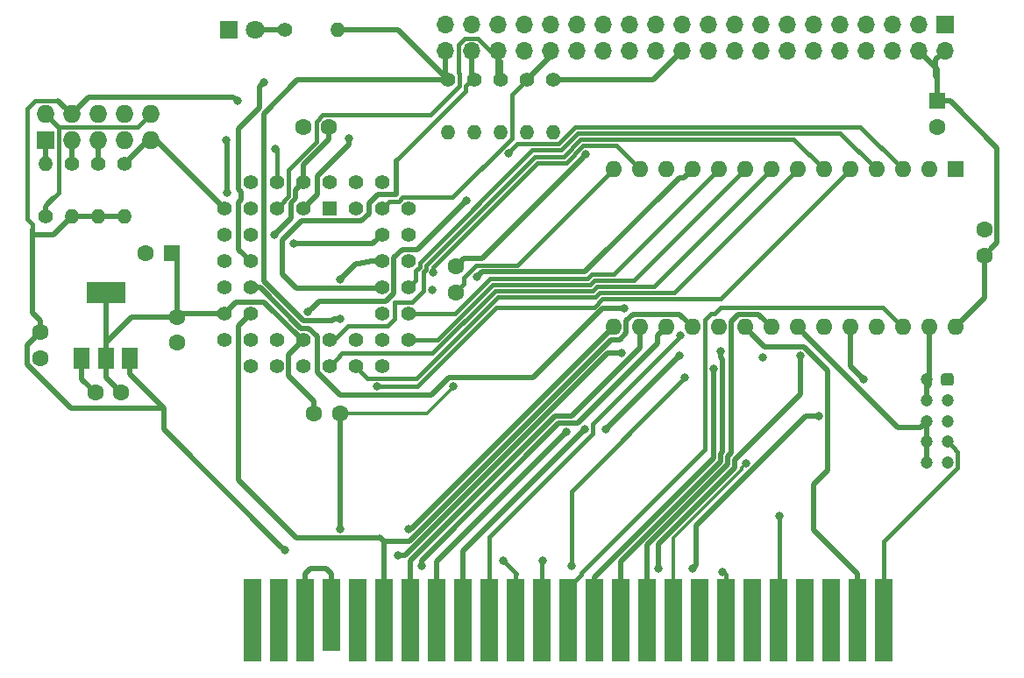
<source format=gbr>
G04 #@! TF.GenerationSoftware,KiCad,Pcbnew,(5.1.5)-3*
G04 #@! TF.CreationDate,2020-07-28T20:00:16+01:00*
G04 #@! TF.ProjectId,MSXPi_v1.0_Rev0,4d535850-695f-4763-912e-305f52657630,rev?*
G04 #@! TF.SameCoordinates,Original*
G04 #@! TF.FileFunction,Copper,L1,Top*
G04 #@! TF.FilePolarity,Positive*
%FSLAX46Y46*%
G04 Gerber Fmt 4.6, Leading zero omitted, Abs format (unit mm)*
G04 Created by KiCad (PCBNEW (5.1.5)-3) date 2020-07-28 20:00:16*
%MOMM*%
%LPD*%
G04 APERTURE LIST*
%ADD10O,1.400000X1.400000*%
%ADD11C,1.400000*%
%ADD12C,1.422400*%
%ADD13R,1.422400X1.422400*%
%ADD14O,1.700000X1.700000*%
%ADD15R,1.700000X1.700000*%
%ADD16R,1.800000X8.000000*%
%ADD17R,1.800000X7.000000*%
%ADD18O,1.727200X1.727200*%
%ADD19R,1.727200X1.727200*%
%ADD20C,1.200000*%
%ADD21C,0.100000*%
%ADD22C,1.600000*%
%ADD23R,1.600000X1.600000*%
%ADD24R,1.500000X2.000000*%
%ADD25R,3.800000X2.000000*%
%ADD26C,1.800000*%
%ADD27R,1.800000X1.800000*%
%ADD28O,1.600000X1.600000*%
%ADD29C,0.800000*%
%ADD30C,0.500000*%
%ADD31C,0.400000*%
%ADD32C,0.300000*%
%ADD33C,0.350000*%
G04 APERTURE END LIST*
D10*
X148844000Y-13208000D03*
D11*
X148844000Y-8128000D03*
D12*
X176276000Y-12446000D03*
X176276000Y-14986000D03*
X176276000Y-17526000D03*
X176276000Y-20066000D03*
X176276000Y-22606000D03*
X173736000Y-9906000D03*
X173736000Y-14986000D03*
X173736000Y-17526000D03*
X173736000Y-20066000D03*
X173736000Y-22606000D03*
X173736000Y-25146000D03*
X173736000Y-27686000D03*
X171196000Y-27686000D03*
X168656000Y-27686000D03*
X166116000Y-27686000D03*
X163576000Y-27686000D03*
X161036000Y-27686000D03*
X176276000Y-25146000D03*
X171196000Y-25146000D03*
X168656000Y-25146000D03*
X166116000Y-25146000D03*
X163576000Y-25146000D03*
X161036000Y-25146000D03*
X158496000Y-25146000D03*
X158496000Y-22606000D03*
X158496000Y-20066000D03*
X158496000Y-17526000D03*
X158496000Y-14986000D03*
X158496000Y-12446000D03*
X161036000Y-22606000D03*
X161036000Y-20066000D03*
X161036000Y-17526000D03*
X161036000Y-14986000D03*
X161036000Y-12446000D03*
X171196000Y-9906000D03*
X168656000Y-9906000D03*
X161036000Y-9906000D03*
X163576000Y-9906000D03*
X166116000Y-9906000D03*
X173736000Y-12446000D03*
X171196000Y-12446000D03*
X163576000Y-12446000D03*
X166116000Y-12446000D03*
D13*
X168656000Y-12446000D03*
D14*
X179832000Y2794000D03*
X179832000Y5334000D03*
X182372000Y2794000D03*
X182372000Y5334000D03*
X184912000Y2794000D03*
X184912000Y5334000D03*
X187452000Y2794000D03*
X187452000Y5334000D03*
X189992000Y2794000D03*
X189992000Y5334000D03*
X192532000Y2794000D03*
X192532000Y5334000D03*
X195072000Y2794000D03*
X195072000Y5334000D03*
X197612000Y2794000D03*
X197612000Y5334000D03*
X200152000Y2794000D03*
X200152000Y5334000D03*
X202692000Y2794000D03*
X202692000Y5334000D03*
X205232000Y2794000D03*
X205232000Y5334000D03*
X207772000Y2794000D03*
X207772000Y5334000D03*
X210312000Y2794000D03*
X210312000Y5334000D03*
X212852000Y2794000D03*
X212852000Y5334000D03*
X215392000Y2794000D03*
X215392000Y5334000D03*
X217932000Y2794000D03*
X217932000Y5334000D03*
X220472000Y2794000D03*
X220472000Y5334000D03*
X223012000Y2794000D03*
X223012000Y5334000D03*
X225552000Y2794000D03*
X225552000Y5334000D03*
X228092000Y2794000D03*
D15*
X228092000Y5334000D03*
D16*
X161253296Y-52232829D03*
X163793296Y-52232829D03*
X166333296Y-52232829D03*
D17*
X168868216Y-51740069D03*
D16*
X171413296Y-52232829D03*
X173953296Y-52232829D03*
X176493296Y-52232829D03*
X179033296Y-52232829D03*
X181573296Y-52232829D03*
X184113296Y-52232829D03*
X186653296Y-52232829D03*
X189193296Y-52232829D03*
X191733296Y-52232829D03*
X194273296Y-52232829D03*
X196813296Y-52232829D03*
X199353296Y-52232829D03*
X201893296Y-52232829D03*
X204433296Y-52232829D03*
X206973296Y-52232829D03*
X209513296Y-52232829D03*
X212053296Y-52232829D03*
X214593296Y-52232829D03*
X217133296Y-52232829D03*
X219673296Y-52232829D03*
X222213296Y-52232829D03*
D18*
X151384000Y-3302000D03*
X151384000Y-5842000D03*
X148844000Y-3302000D03*
X148844000Y-5842000D03*
X146304000Y-3302000D03*
X146304000Y-5842000D03*
X143764000Y-3302000D03*
X143764000Y-5842000D03*
X141224000Y-3302000D03*
D19*
X141224000Y-5842000D03*
D20*
X226346000Y-36956000D03*
X226346000Y-34956000D03*
X226346000Y-32956000D03*
X226346000Y-30956000D03*
X226346000Y-28956000D03*
X228346000Y-36956000D03*
X228346000Y-34956000D03*
X228346000Y-32956000D03*
X228346000Y-30956000D03*
G04 #@! TA.AperFunction,ComponentPad*
D21*
G36*
X228720505Y-28357204D02*
G01*
X228744773Y-28360804D01*
X228768572Y-28366765D01*
X228791671Y-28375030D01*
X228813850Y-28385520D01*
X228834893Y-28398132D01*
X228854599Y-28412747D01*
X228872777Y-28429223D01*
X228889253Y-28447401D01*
X228903868Y-28467107D01*
X228916480Y-28488150D01*
X228926970Y-28510329D01*
X228935235Y-28533428D01*
X228941196Y-28557227D01*
X228944796Y-28581495D01*
X228946000Y-28605999D01*
X228946000Y-29306001D01*
X228944796Y-29330505D01*
X228941196Y-29354773D01*
X228935235Y-29378572D01*
X228926970Y-29401671D01*
X228916480Y-29423850D01*
X228903868Y-29444893D01*
X228889253Y-29464599D01*
X228872777Y-29482777D01*
X228854599Y-29499253D01*
X228834893Y-29513868D01*
X228813850Y-29526480D01*
X228791671Y-29536970D01*
X228768572Y-29545235D01*
X228744773Y-29551196D01*
X228720505Y-29554796D01*
X228696001Y-29556000D01*
X227995999Y-29556000D01*
X227971495Y-29554796D01*
X227947227Y-29551196D01*
X227923428Y-29545235D01*
X227900329Y-29536970D01*
X227878150Y-29526480D01*
X227857107Y-29513868D01*
X227837401Y-29499253D01*
X227819223Y-29482777D01*
X227802747Y-29464599D01*
X227788132Y-29444893D01*
X227775520Y-29423850D01*
X227765030Y-29401671D01*
X227756765Y-29378572D01*
X227750804Y-29354773D01*
X227747204Y-29330505D01*
X227746000Y-29306001D01*
X227746000Y-28605999D01*
X227747204Y-28581495D01*
X227750804Y-28557227D01*
X227756765Y-28533428D01*
X227765030Y-28510329D01*
X227775520Y-28488150D01*
X227788132Y-28467107D01*
X227802747Y-28447401D01*
X227819223Y-28429223D01*
X227837401Y-28412747D01*
X227857107Y-28398132D01*
X227878150Y-28385520D01*
X227900329Y-28375030D01*
X227923428Y-28366765D01*
X227947227Y-28360804D01*
X227971495Y-28357204D01*
X227995999Y-28356000D01*
X228696001Y-28356000D01*
X228720505Y-28357204D01*
G37*
G04 #@! TD.AperFunction*
D22*
X227330000Y-4532000D03*
D23*
X227330000Y-2032000D03*
D22*
X150916000Y-16764000D03*
D23*
X153416000Y-16764000D03*
D10*
X169418000Y4826000D03*
D11*
X164338000Y4826000D03*
D10*
X146304000Y-13208000D03*
D11*
X146304000Y-8128000D03*
D10*
X143764000Y-13208000D03*
D11*
X143764000Y-8128000D03*
D10*
X141224000Y-8128000D03*
D11*
X141224000Y-13208000D03*
D24*
X144766000Y-26874000D03*
X149366000Y-26874000D03*
X147066000Y-26874000D03*
D25*
X147066000Y-20574000D03*
D26*
X161540000Y4840000D03*
D27*
X159000000Y4840000D03*
D22*
X166116000Y-4572000D03*
X168616000Y-4572000D03*
X231902000Y-14478000D03*
X231902000Y-16978000D03*
D23*
X229108000Y-8636000D03*
D28*
X196088000Y-23876000D03*
X226568000Y-8636000D03*
X198628000Y-23876000D03*
X224028000Y-8636000D03*
X201168000Y-23876000D03*
X221488000Y-8636000D03*
X203708000Y-23876000D03*
X218948000Y-8636000D03*
X206248000Y-23876000D03*
X216408000Y-8636000D03*
X208788000Y-23876000D03*
X213868000Y-8636000D03*
X211328000Y-23876000D03*
X211328000Y-8636000D03*
X213868000Y-23876000D03*
X208788000Y-8636000D03*
X216408000Y-23876000D03*
X206248000Y-8636000D03*
X218948000Y-23876000D03*
X203708000Y-8636000D03*
X221488000Y-23876000D03*
X201168000Y-8636000D03*
X224028000Y-23876000D03*
X198628000Y-8636000D03*
X226568000Y-23876000D03*
X196088000Y-8636000D03*
X229108000Y-23876000D03*
D22*
X153924000Y-25400000D03*
X153924000Y-22900000D03*
X180848000Y-18034000D03*
X180848000Y-20534000D03*
X169672000Y-32258000D03*
X167172000Y-32258000D03*
X148550000Y-30226000D03*
X146050000Y-30226000D03*
X140716000Y-26884000D03*
X140716000Y-24384000D03*
D11*
X180086000Y0D03*
D10*
X180086000Y-5080000D03*
X185166000Y-5080000D03*
D11*
X185166000Y0D03*
X187706000Y0D03*
D10*
X187706000Y-5080000D03*
X182626000Y-5080000D03*
D11*
X182626000Y0D03*
X190246000Y0D03*
D10*
X190246000Y-5080000D03*
D29*
X159766000Y-2032000D03*
X164338000Y-45466000D03*
X170574622Y-5643686D03*
X193437647Y-7193370D03*
X165189186Y-15836010D03*
X202590995Y-24719980D03*
X173228000Y-29597211D03*
X185420000Y-46482000D03*
X189230000Y-46482000D03*
X206440374Y-26219989D03*
X163482952Y-6694770D03*
X185928000Y-7085979D03*
X192024000Y-46990000D03*
X202984946Y-28790010D03*
X193294000Y-33782000D03*
X182880000Y-19050000D03*
X196850000Y-26416000D03*
X175260000Y-45974000D03*
X197104000Y-22098000D03*
X177546000Y-46990000D03*
X178728136Y-18609660D03*
X191516000Y-34036000D03*
X176314637Y-43384810D03*
X181864000Y-11684000D03*
X166599336Y-22427046D03*
X163322000Y-14986000D03*
X158750000Y-10922000D03*
X158730001Y-5822001D03*
X180594000Y-29629990D03*
X169672000Y-19304000D03*
X169672000Y-43434000D03*
X206643322Y-47528972D03*
X178562000Y-20320000D03*
X169672000Y-23114000D03*
X169672000Y-23114000D03*
X162306000Y-254000D03*
X205740000Y-27940000D03*
X195326000Y-33782000D03*
X202438000Y-26670000D03*
X210550406Y-26835990D03*
X200406000Y-47244000D03*
X214122000Y-26670000D03*
X208887729Y-37052175D03*
X203708000Y-47244000D03*
X215900000Y-32512000D03*
X220218000Y-28956000D03*
X212090000Y-42164000D03*
D30*
X142900401Y-2438401D02*
X143764000Y-3302000D01*
X142450399Y-1988399D02*
X142900401Y-2438401D01*
X141986000Y-14986000D02*
X139954000Y-14986000D01*
X225552000Y2794000D02*
X227330000Y1016000D01*
X227242001Y341999D02*
X227330000Y254000D01*
X227242001Y1944001D02*
X227242001Y341999D01*
X227330000Y1016000D02*
X227330000Y254000D01*
X228092000Y2794000D02*
X227242001Y1944001D01*
X227330000Y254000D02*
X227330000Y-2032000D01*
X227330000Y-2032000D02*
X228630000Y-2032000D01*
X233152001Y-15727999D02*
X232701999Y-16178001D01*
X233152001Y-6554001D02*
X233152001Y-15727999D01*
X228630000Y-2032000D02*
X233152001Y-6554001D01*
X232701999Y-16178001D02*
X231902000Y-16978000D01*
X229108000Y-23876000D02*
X231902000Y-21082000D01*
X231902000Y-21082000D02*
X231902000Y-16978000D01*
X146304000Y-13208000D02*
X143764000Y-13208000D01*
X143764000Y-13208000D02*
X141986000Y-14986000D01*
X145433999Y-1632001D02*
X144627599Y-2438401D01*
X159766000Y-2032000D02*
X159366001Y-1632001D01*
X144627599Y-2438401D02*
X143764000Y-3302000D01*
X159366001Y-1632001D02*
X145433999Y-1632001D01*
X149366000Y-26874000D02*
X149366000Y-28374000D01*
X139954000Y-22490630D02*
X139954000Y-14478000D01*
X140716000Y-24384000D02*
X140716000Y-23252630D01*
X139954000Y-14986000D02*
X139954000Y-14478000D01*
X140716000Y-23252630D02*
X139954000Y-22490630D01*
X139465999Y-27484001D02*
X143731998Y-31750000D01*
X139465999Y-25634001D02*
X139465999Y-27484001D01*
X140716000Y-24384000D02*
X139465999Y-25634001D01*
X143731998Y-31750000D02*
X152654000Y-31750000D01*
X149366000Y-28374000D02*
X152654000Y-31750000D01*
D31*
X139954000Y-14478000D02*
X139954000Y-13970000D01*
X139954000Y-13970000D02*
X139446000Y-13462000D01*
X139446000Y-13462000D02*
X139446000Y-2794000D01*
X140251601Y-1988399D02*
X142450399Y-1988399D01*
X139446000Y-2794000D02*
X140251601Y-1988399D01*
D30*
X152654000Y-31750000D02*
X152654000Y-33782000D01*
X163938001Y-45066001D02*
X164338000Y-45466000D01*
X152654000Y-33782000D02*
X163938001Y-45066001D01*
X146304000Y-13208000D02*
X148844000Y-13208000D01*
X154218000Y-22606000D02*
X153924000Y-22900000D01*
X158496000Y-22606000D02*
X154218000Y-22606000D01*
X147066000Y-28742000D02*
X147066000Y-26874000D01*
X148550000Y-30226000D02*
X147066000Y-28742000D01*
X147066000Y-22074000D02*
X147066000Y-26874000D01*
X147066000Y-20574000D02*
X147066000Y-22074000D01*
X167172000Y-32258000D02*
X167172000Y-31028000D01*
X164737201Y-26524799D02*
X165404801Y-25857199D01*
X164737201Y-28593201D02*
X164737201Y-26524799D01*
X165404801Y-25857199D02*
X166116000Y-25146000D01*
X167172000Y-31028000D02*
X164737201Y-28593201D01*
X166116000Y-12446000D02*
X167494799Y-11067201D01*
X167494799Y-9289194D02*
X170574622Y-6209371D01*
X170574622Y-6209371D02*
X170574622Y-5643686D01*
X167494799Y-11067201D02*
X167494799Y-9289194D01*
X180848000Y-18034000D02*
X181647999Y-17234001D01*
X183397016Y-17234001D02*
X193037648Y-7593369D01*
X181647999Y-17234001D02*
X183397016Y-17234001D01*
X193037648Y-7593369D02*
X193437647Y-7193370D01*
X147066000Y-25374000D02*
X147066000Y-26874000D01*
X149540000Y-22900000D02*
X147066000Y-25374000D01*
X153924000Y-22900000D02*
X149540000Y-22900000D01*
X159657201Y-21444799D02*
X162379155Y-21444799D01*
X158496000Y-22606000D02*
X159657201Y-21444799D01*
X166080356Y-25146000D02*
X166116000Y-25146000D01*
X162379155Y-21444799D02*
X166080356Y-25146000D01*
X153924000Y-17272000D02*
X153416000Y-16764000D01*
X153924000Y-22900000D02*
X153924000Y-17272000D01*
X164324000Y4840000D02*
X164338000Y4826000D01*
X161540000Y4840000D02*
X164324000Y4840000D01*
X151892000Y-5842000D02*
X151384000Y-5842000D01*
X158496000Y-12446000D02*
X151892000Y-5842000D01*
X151130000Y-5842000D02*
X148844000Y-8128000D01*
X151384000Y-5842000D02*
X151130000Y-5842000D01*
X146304000Y-8128000D02*
X146304000Y-5842000D01*
X143764000Y-8128000D02*
X143764000Y-5842000D01*
X172885990Y-15836010D02*
X165189186Y-15836010D01*
X173736000Y-14986000D02*
X172885990Y-15836010D01*
X141224000Y-8128000D02*
X141224000Y-5842000D01*
X166822125Y-47244000D02*
X166333296Y-47732829D01*
X166333296Y-47732829D02*
X166333296Y-52232829D01*
X168868216Y-47740069D02*
X168372147Y-47244000D01*
X168372147Y-47244000D02*
X166822125Y-47244000D01*
X168868216Y-51740069D02*
X168868216Y-47740069D01*
D31*
X202190996Y-25119979D02*
X202590995Y-24719980D01*
X194094002Y-33216973D02*
X202190996Y-25119979D01*
X194094002Y-34166002D02*
X194094002Y-33216973D01*
X184113296Y-52232829D02*
X184113296Y-44146708D01*
X184113296Y-44146708D02*
X194094002Y-34166002D01*
X192939101Y-5711987D02*
X191271065Y-7380023D01*
X174945033Y-23041545D02*
X174269377Y-23717201D01*
X169078004Y-25146000D02*
X168656000Y-25146000D01*
X170506803Y-23717201D02*
X169078004Y-25146000D01*
X174269377Y-23717201D02*
X170506803Y-23717201D01*
X188539973Y-7380023D02*
X177987212Y-17932784D01*
X177761998Y-18533123D02*
X177761998Y-20358002D01*
X216408000Y-8636000D02*
X213483987Y-5711987D01*
X213483987Y-5711987D02*
X192939101Y-5711987D01*
X191271065Y-7380023D02*
X188539973Y-7380023D01*
X177987212Y-17932784D02*
X177987212Y-18307909D01*
X177761998Y-20358002D02*
X176625201Y-21494799D01*
X177987212Y-18307909D02*
X177761998Y-18533123D01*
X176625201Y-21494799D02*
X174945033Y-21494799D01*
X174945033Y-21494799D02*
X174945033Y-23041545D01*
X218948000Y-8636000D02*
X206425679Y-21158321D01*
X195046458Y-21158321D02*
X194228790Y-21975989D01*
X194228790Y-21975989D02*
X184786184Y-21975989D01*
X177164962Y-29597211D02*
X173793685Y-29597211D01*
X173793685Y-29597211D02*
X173228000Y-29597211D01*
X184786184Y-21975989D02*
X177164962Y-29597211D01*
X206425679Y-21158321D02*
X195046458Y-21158321D01*
X185420000Y-46482000D02*
X186690000Y-47752000D01*
X186653296Y-47788704D02*
X186653296Y-52232829D01*
X186690000Y-47752000D02*
X186653296Y-47788704D01*
X169920533Y-26421467D02*
X169367199Y-26974801D01*
X178643621Y-26421467D02*
X169920533Y-26421467D01*
X169367199Y-26974801D02*
X168656000Y-27686000D01*
X211328000Y-8636000D02*
X200005701Y-19958299D01*
X194549394Y-19958299D02*
X194123641Y-20384052D01*
X200005701Y-19958299D02*
X194549394Y-19958299D01*
X194123641Y-20384052D02*
X184681036Y-20384052D01*
X184681036Y-20384052D02*
X178643621Y-26421467D01*
X201945690Y-20558310D02*
X194797926Y-20558310D01*
X194797926Y-20558310D02*
X194372173Y-20984063D01*
X194372173Y-20984063D02*
X184929568Y-20984063D01*
X184929568Y-20984063D02*
X177116430Y-28797201D01*
X171907199Y-28397199D02*
X171196000Y-27686000D01*
X213868000Y-8636000D02*
X201945690Y-20558310D01*
X177116430Y-28797201D02*
X172307201Y-28797201D01*
X172307201Y-28797201D02*
X171907199Y-28397199D01*
X189193296Y-46518704D02*
X189230000Y-46482000D01*
X189193296Y-52232829D02*
X189193296Y-46518704D01*
X205448001Y-9435999D02*
X206248000Y-8636000D01*
X176276000Y-22606000D02*
X180762002Y-22606000D01*
X180762002Y-22606000D02*
X184183972Y-19184030D01*
X184183972Y-19184030D02*
X193626577Y-19184030D01*
X193626577Y-19184030D02*
X194052330Y-18758277D01*
X194052330Y-18758277D02*
X196125723Y-18758277D01*
X196125723Y-18758277D02*
X205448001Y-9435999D01*
X198065712Y-19358288D02*
X207988001Y-9435999D01*
X207988001Y-9435999D02*
X208788000Y-8636000D01*
X176276000Y-25146000D02*
X179070545Y-25146000D01*
X184432504Y-19784041D02*
X193875109Y-19784041D01*
X193875109Y-19784041D02*
X194300862Y-19358288D01*
X179070545Y-25146000D02*
X184432504Y-19784041D01*
X194300862Y-19358288D02*
X198065712Y-19358288D01*
D30*
X206440011Y-36103953D02*
X206590001Y-35953963D01*
X206440374Y-26785674D02*
X206440374Y-26219989D01*
X206590001Y-26935301D02*
X206440374Y-26785674D01*
X206590001Y-35953963D02*
X206590001Y-26935301D01*
X196813296Y-46492672D02*
X206440011Y-36865958D01*
X206440011Y-36865958D02*
X206440011Y-36103953D01*
X196813296Y-52232829D02*
X196813296Y-46492672D01*
D31*
X177387201Y-18059377D02*
X176987199Y-18459379D01*
X188291441Y-6780012D02*
X177387201Y-17684252D01*
X221488000Y-8636000D02*
X217963976Y-5111976D01*
X191022533Y-6780012D02*
X188291441Y-6780012D01*
X192690569Y-5111976D02*
X191022533Y-6780012D01*
X217963976Y-5111976D02*
X192690569Y-5111976D01*
X176987199Y-19354801D02*
X176276000Y-20066000D01*
X177387201Y-17684252D02*
X177387201Y-18059377D01*
X176987199Y-18459379D02*
X176987199Y-19354801D01*
X163576000Y-6787818D02*
X163482952Y-6694770D01*
X163576000Y-9906000D02*
X163576000Y-6787818D01*
X186833978Y-6180001D02*
X186327999Y-6685980D01*
X224028000Y-8636000D02*
X219903965Y-4511965D01*
X219903965Y-4511965D02*
X192442037Y-4511965D01*
X192442037Y-4511965D02*
X190774001Y-6180001D01*
X190774001Y-6180001D02*
X186833978Y-6180001D01*
X186327999Y-6685980D02*
X185928000Y-7085979D01*
X192024000Y-39750956D02*
X202584947Y-29190009D01*
X192024000Y-46990000D02*
X192024000Y-39750956D01*
X202584947Y-29190009D02*
X202984946Y-28790010D01*
D30*
X181573296Y-45502704D02*
X193294000Y-33782000D01*
X181573296Y-52232829D02*
X181573296Y-45502704D01*
X202908001Y-9435999D02*
X203708000Y-8636000D01*
X182880000Y-19050000D02*
X183395981Y-18534019D01*
X193357334Y-18534019D02*
X202455354Y-9435999D01*
X183395981Y-18534019D02*
X193357334Y-18534019D01*
X202455354Y-9435999D02*
X202908001Y-9435999D01*
X196284315Y-26416000D02*
X196850000Y-26416000D01*
X195531414Y-26416000D02*
X196284315Y-26416000D01*
X175973414Y-45974000D02*
X195531414Y-26416000D01*
X175260000Y-45974000D02*
X175973414Y-45974000D01*
X198628000Y-25896004D02*
X198628000Y-25007370D01*
X192038017Y-32485987D02*
X198628000Y-25896004D01*
X176493296Y-46444083D02*
X190451392Y-32485987D01*
X190451392Y-32485987D02*
X192038017Y-32485987D01*
X176493296Y-52232829D02*
X176493296Y-46444083D01*
X198628000Y-25007370D02*
X198628000Y-23876000D01*
X167494799Y-24806221D02*
X167494799Y-28243377D01*
X196538315Y-22098000D02*
X197104000Y-22098000D01*
X180185999Y-28779989D02*
X188344044Y-28779989D01*
X166673377Y-23984799D02*
X167494799Y-24806221D01*
X178485988Y-30480000D02*
X180185999Y-28779989D01*
X161036000Y-20066000D02*
X161990321Y-20066000D01*
X169731422Y-30480000D02*
X178485988Y-30480000D01*
X161990321Y-20066000D02*
X165909120Y-23984799D01*
X188344044Y-28779989D02*
X195026033Y-22098000D01*
X167494799Y-28243377D02*
X169731422Y-30480000D01*
X165909120Y-23984799D02*
X166673377Y-23984799D01*
X195026033Y-22098000D02*
X196538315Y-22098000D01*
X200368001Y-24675999D02*
X200368001Y-25449995D01*
X201168000Y-23876000D02*
X200368001Y-24675999D01*
X177546000Y-46424315D02*
X177546000Y-46990000D01*
X192631998Y-33185998D02*
X190784317Y-33185998D01*
X190784317Y-33185998D02*
X177546000Y-46424315D01*
X200368001Y-25449995D02*
X192631998Y-33185998D01*
X179033296Y-46518704D02*
X191516000Y-34036000D01*
X179033296Y-52232829D02*
X179033296Y-46518704D01*
D31*
X198628000Y-8636000D02*
X196345597Y-6353597D01*
X193146034Y-6353597D02*
X191519597Y-7980034D01*
X178728136Y-18043975D02*
X178728136Y-18609660D01*
X196345597Y-6353597D02*
X193146034Y-6353597D01*
X191519597Y-7980034D02*
X188792077Y-7980034D01*
X188792077Y-7980034D02*
X178728136Y-18043975D01*
D30*
X196088000Y-23876000D02*
X176579190Y-43384810D01*
X176579190Y-43384810D02*
X176314637Y-43384810D01*
X174897201Y-20623377D02*
X174144098Y-21376480D01*
X177183201Y-16364799D02*
X175718623Y-16364799D01*
X181864000Y-11684000D02*
X177183201Y-16364799D01*
X166999335Y-22027047D02*
X166599336Y-22427046D01*
X174144098Y-21376480D02*
X167649902Y-21376480D01*
X167649902Y-21376480D02*
X166999335Y-22027047D01*
X175718623Y-16364799D02*
X174897201Y-17186221D01*
X174897201Y-17186221D02*
X174897201Y-20623377D01*
X169672000Y-36068000D02*
X169672000Y-32258000D01*
X144766000Y-28942000D02*
X146050000Y-30226000D01*
X144766000Y-26874000D02*
X144766000Y-28942000D01*
X164954799Y-13353201D02*
X163322000Y-14986000D01*
X164954799Y-11888623D02*
X164954799Y-13353201D01*
X165404801Y-10617199D02*
X165404801Y-11438621D01*
X166116000Y-9906000D02*
X165404801Y-10617199D01*
X165404801Y-11438621D02*
X164954799Y-11888623D01*
X166116000Y-9906000D02*
X166116000Y-8900212D01*
X166116000Y-8203370D02*
X166116000Y-8900212D01*
X168616000Y-5703370D02*
X166116000Y-8203370D01*
X168616000Y-4572000D02*
X168616000Y-5703370D01*
D31*
X181647999Y-19734001D02*
X180848000Y-20534000D01*
X186839988Y-17884012D02*
X182861986Y-17884012D01*
X182861986Y-17884012D02*
X181647999Y-19097999D01*
X181647999Y-19097999D02*
X181647999Y-19734001D01*
X196088000Y-8636000D02*
X186839988Y-17884012D01*
D30*
X158750000Y-10922000D02*
X158750000Y-5842000D01*
X158750000Y-5842000D02*
X158730001Y-5822001D01*
D32*
X169672000Y-32258000D02*
X178054000Y-32258000D01*
X180594000Y-29718000D02*
X180594000Y-29629990D01*
X178054000Y-32258000D02*
X180594000Y-29718000D01*
D30*
X173736000Y-17526000D02*
X172730212Y-17526000D01*
X169672000Y-19304000D02*
X171196000Y-17780000D01*
X171196000Y-17780000D02*
X171450000Y-17780000D01*
X172730212Y-17526000D02*
X171450000Y-17780000D01*
X141224000Y-13208000D02*
X141224000Y-12218051D01*
D31*
X142500399Y-4578399D02*
X142500399Y-10915601D01*
X141224000Y-3302000D02*
X142500399Y-4578399D01*
X142500399Y-10915601D02*
X141478000Y-11938000D01*
D30*
X141224000Y-12218051D02*
X141478000Y-11938000D01*
X141478000Y-11938000D02*
X142012051Y-11430000D01*
X169672000Y-36068000D02*
X169672000Y-43434000D01*
D31*
X142087599Y-4165599D02*
X141224000Y-3302000D01*
X142487601Y-4565601D02*
X142087599Y-4165599D01*
X150120399Y-4565601D02*
X142487601Y-4565601D01*
X151384000Y-3302000D02*
X150120399Y-4565601D01*
X206973296Y-52232829D02*
X206973296Y-47822228D01*
X206973296Y-47822228D02*
X206680040Y-47528972D01*
X206680040Y-47528972D02*
X206643322Y-47528972D01*
D30*
X179832000Y254000D02*
X180086000Y0D01*
X179832000Y2794000D02*
X179832000Y254000D01*
X180086000Y0D02*
X165581962Y0D01*
X162331742Y-3250220D02*
X162331742Y-19417456D01*
X168943268Y-23277047D02*
X169106315Y-23114000D01*
X162331742Y-19417456D02*
X166191335Y-23277047D01*
X166191335Y-23277047D02*
X168943268Y-23277047D01*
X169106315Y-23114000D02*
X169672000Y-23114000D01*
X165581962Y0D02*
X162331742Y-3250220D01*
X175260000Y4826000D02*
X180086000Y0D01*
X169418000Y4826000D02*
X175260000Y4826000D01*
X182372000Y0D02*
X182626000Y-254000D01*
X173736000Y-20066000D02*
X173647999Y-20154001D01*
X165468037Y-20154001D02*
X164084000Y-18769964D01*
X164084000Y-18769964D02*
X164084000Y-15482004D01*
X175090967Y-11067201D02*
X175090967Y-7789033D01*
X171753377Y-13607201D02*
X172466000Y-12894578D01*
X173336799Y-11067201D02*
X175090967Y-11067201D01*
X164084000Y-15482004D02*
X165958803Y-13607201D01*
X173647999Y-20154001D02*
X165468037Y-20154001D01*
X172466000Y-11938000D02*
X173336799Y-11067201D01*
X172466000Y-12894578D02*
X172466000Y-11938000D01*
X165958803Y-13607201D02*
X171753377Y-13607201D01*
D31*
X181786012Y-1093988D02*
X175090967Y-7789033D01*
X182372000Y0D02*
X181786012Y-585988D01*
X181786012Y-585988D02*
X181786012Y-1093988D01*
D30*
X182372000Y254000D02*
X182626000Y0D01*
X182372000Y2794000D02*
X182372000Y254000D01*
X184912000Y254000D02*
X185166000Y0D01*
X184912000Y2794000D02*
X184912000Y254000D01*
D31*
X181771999Y4044001D02*
X181121999Y3394001D01*
X185166000Y1850002D02*
X182972001Y4044001D01*
X185166000Y0D02*
X185166000Y1850002D01*
X182972001Y4044001D02*
X181771999Y4044001D01*
X181121999Y3394001D02*
X181121999Y678001D01*
X164687201Y-11236967D02*
X164287199Y-11636969D01*
X167415999Y-3995999D02*
X167415999Y-5984117D01*
X164687201Y-8712915D02*
X164687201Y-11236967D01*
X167415999Y-5984117D02*
X164687201Y-8712915D01*
X164287199Y-11636969D02*
X164287199Y-11734801D01*
X168039999Y-3371999D02*
X167415999Y-3995999D01*
X164287199Y-11734801D02*
X163576000Y-12446000D01*
X178405459Y-3371999D02*
X168039999Y-3371999D01*
X181186001Y-591457D02*
X178405459Y-3371999D01*
X181186001Y613999D02*
X181186001Y-591457D01*
X181121999Y678001D02*
X181186001Y613999D01*
D30*
X189992000Y2286000D02*
X187706000Y0D01*
X189992000Y2794000D02*
X189992000Y2286000D01*
D31*
X175342621Y-11734801D02*
X174447199Y-11734801D01*
X186266001Y-5608001D02*
X180539203Y-11334799D01*
X175742623Y-11334799D02*
X175342621Y-11734801D01*
X174447199Y-11734801D02*
X173736000Y-12446000D01*
X180539203Y-11334799D02*
X175742623Y-11334799D01*
X186266001Y-1439999D02*
X186266001Y-5608001D01*
X187706000Y0D02*
X186266001Y-1439999D01*
D30*
X199898000Y0D02*
X190246000Y0D01*
X202692000Y2794000D02*
X199898000Y0D01*
X159874799Y-11817203D02*
X160108001Y-11584001D01*
X160108001Y-11584001D02*
X160108001Y-10767999D01*
X161036000Y-17526000D02*
X159874799Y-16364799D01*
X160108001Y-10767999D02*
X159874799Y-10534797D01*
X159874799Y-10534797D02*
X159874799Y-4717201D01*
X159874799Y-16364799D02*
X159874799Y-11817203D01*
X161906001Y-2685999D02*
X159874799Y-4717201D01*
X161906001Y-653999D02*
X161906001Y-2685999D01*
X162306000Y-254000D02*
X161906001Y-653999D01*
X197988001Y-22625999D02*
X197338001Y-23275999D01*
X195831448Y-25126001D02*
X176368811Y-44588638D01*
X197338001Y-24476001D02*
X196688001Y-25126001D01*
X203708000Y-23876000D02*
X202457999Y-22625999D01*
X202457999Y-22625999D02*
X197988001Y-22625999D01*
X173953296Y-52232829D02*
X173953296Y-44584870D01*
X173953296Y-44584870D02*
X173557065Y-44188639D01*
X176368811Y-44588638D02*
X173957064Y-44588638D01*
X173957064Y-44588638D02*
X173557065Y-44188639D01*
X196688001Y-25126001D02*
X195831448Y-25126001D01*
X197338001Y-23275999D02*
X197338001Y-24476001D01*
X165442002Y-44284002D02*
X173461702Y-44284002D01*
X173461702Y-44284002D02*
X173557065Y-44188639D01*
X159847715Y-38689715D02*
X165442002Y-44284002D01*
X159847715Y-23794285D02*
X159847715Y-38689715D01*
X161036000Y-22606000D02*
X159847715Y-23794285D01*
D31*
X205516000Y-22576000D02*
X205856543Y-22576000D01*
X206456555Y-21975988D02*
X222127988Y-21975988D01*
X222127988Y-21975988D02*
X223228001Y-23076001D01*
X204939999Y-23152001D02*
X205516000Y-22576000D01*
X193033296Y-47832829D02*
X193033296Y-47601450D01*
X223228001Y-23076001D02*
X224028000Y-23876000D01*
X191733296Y-52232829D02*
X191733296Y-49132829D01*
X191733296Y-49132829D02*
X193033296Y-47832829D01*
X205856543Y-22576000D02*
X206456555Y-21975988D01*
X193033296Y-47601450D02*
X204939999Y-35694747D01*
X204939999Y-35694747D02*
X204939999Y-23152001D01*
D30*
X205740000Y-27940000D02*
X205740000Y-36576004D01*
X194273296Y-48042708D02*
X194273296Y-52232829D01*
X205740000Y-36576004D02*
X194273296Y-48042708D01*
X195326000Y-33782000D02*
X202438000Y-26670000D01*
X199353296Y-47732829D02*
X199353296Y-52232829D01*
X199353296Y-44942638D02*
X199353296Y-47732829D01*
X207140022Y-36393907D02*
X207140022Y-37155912D01*
X207140022Y-37155912D02*
X199353296Y-44942638D01*
X207498001Y-23315997D02*
X207498001Y-36035927D01*
X210077999Y-22625999D02*
X208187999Y-22625999D01*
X207498001Y-36035927D02*
X207140022Y-36393907D01*
X211328000Y-23876000D02*
X210077999Y-22625999D01*
X208187999Y-22625999D02*
X207498001Y-23315997D01*
X214122000Y-30401893D02*
X214122000Y-27235685D01*
X200406000Y-47244000D02*
X200406000Y-44879896D01*
X200406000Y-44879896D02*
X207840033Y-37445866D01*
X214122000Y-27235685D02*
X214122000Y-26670000D01*
X207840033Y-36683860D02*
X214122000Y-30401893D01*
X207840033Y-37445866D02*
X207840033Y-36683860D01*
D33*
X208487730Y-37452174D02*
X208887729Y-37052175D01*
X201893296Y-44276498D02*
X208487730Y-37682064D01*
X201893296Y-52232829D02*
X201893296Y-44276498D01*
X208487730Y-37682064D02*
X208487730Y-37452174D01*
D30*
X203708000Y-47244000D02*
X204107999Y-46844001D01*
X204107999Y-46844001D02*
X204107999Y-43034001D01*
X204107999Y-43034001D02*
X214630000Y-32512000D01*
X214630000Y-32512000D02*
X215900000Y-32512000D01*
X218948000Y-27686000D02*
X218948000Y-23876000D01*
X220218000Y-28956000D02*
X218948000Y-27686000D01*
D31*
X212090000Y-52196125D02*
X212053296Y-52232829D01*
X212090000Y-42164000D02*
X212090000Y-52196125D01*
D30*
X210731998Y-25819998D02*
X209587999Y-24675999D01*
X214530002Y-25819998D02*
X210731998Y-25819998D01*
X216750002Y-28039998D02*
X214530002Y-25819998D01*
X209587999Y-24675999D02*
X208788000Y-23876000D01*
X219673296Y-52232829D02*
X219673296Y-47732829D01*
X216750002Y-37757998D02*
X216750002Y-28039998D01*
X219673296Y-47732829D02*
X215392000Y-43451533D01*
X215392000Y-43451533D02*
X215392000Y-39116000D01*
X215392000Y-39116000D02*
X216750002Y-37757998D01*
X226346000Y-36956000D02*
X226346000Y-34956000D01*
X226346000Y-34956000D02*
X226346000Y-32956000D01*
X214667999Y-24675999D02*
X213868000Y-23876000D01*
X223547999Y-33555999D02*
X214667999Y-24675999D01*
X225746001Y-33555999D02*
X223547999Y-33555999D01*
X226346000Y-32956000D02*
X225746001Y-33555999D01*
D31*
X226568000Y-28734000D02*
X226346000Y-28956000D01*
X226568000Y-23876000D02*
X226568000Y-28734000D01*
D30*
X226568000Y-23876000D02*
X226568000Y-29464000D01*
X226568000Y-29464000D02*
X226314000Y-29718000D01*
D31*
X226346000Y-28956000D02*
X226314000Y-29718000D01*
X226314000Y-29718000D02*
X226346000Y-30956000D01*
D30*
X226346000Y-30956000D02*
X226346000Y-28956000D01*
D31*
X228945999Y-35555999D02*
X228346000Y-34956000D01*
X229346001Y-37436001D02*
X229346001Y-35956001D01*
X229346001Y-35956001D02*
X228945999Y-35555999D01*
X222213296Y-44568706D02*
X229346001Y-37436001D01*
X222213296Y-52232829D02*
X222213296Y-44568706D01*
M02*

</source>
